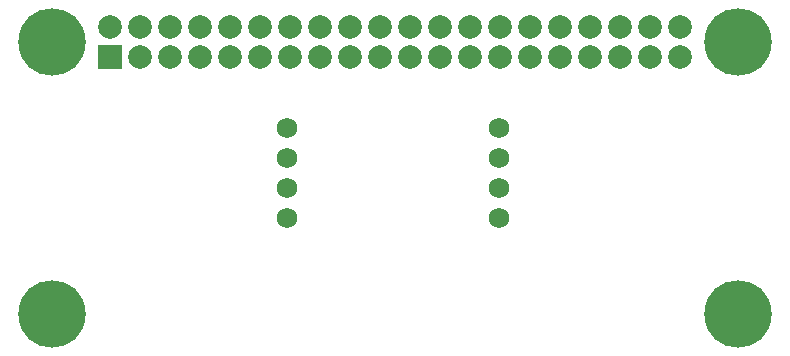
<source format=gbs>
G04 Layer: BottomSolderMaskLayer*
G04 EasyEDA v6.2.46, 2019-12-29T14:25:18--8:00*
G04 8457726505304d7abae8730bc193fdbb,5a6822b0cf454a9ca4b08597ed48e8ef,10*
G04 Gerber Generator version 0.2*
G04 Scale: 100 percent, Rotated: No, Reflected: No *
G04 Dimensions in millimeters *
G04 leading zeros omitted , absolute positions ,3 integer and 3 decimal *
%FSLAX33Y33*%
%MOMM*%
G90*
G71D02*

%ADD19C,2.003196*%
%ADD20C,1.727200*%
%ADD21C,5.703189*%

%LPD*%
G36*
G01X7368Y24229D02*
G01X7368Y26230D01*
G01X9372Y26230D01*
G01X9372Y24229D01*
G01X7368Y24229D01*
G37*
G54D19*
G01X8370Y27769D03*
G01X10910Y25229D03*
G01X10910Y27769D03*
G01X13450Y25229D03*
G01X13450Y27769D03*
G01X15990Y25229D03*
G01X15990Y27769D03*
G01X18530Y25229D03*
G01X18530Y27769D03*
G01X21070Y25229D03*
G01X21070Y27769D03*
G01X23610Y25229D03*
G01X23610Y27769D03*
G01X26150Y25229D03*
G01X26150Y27769D03*
G01X28690Y25229D03*
G01X28690Y27769D03*
G01X31230Y25229D03*
G01X31230Y27769D03*
G01X33770Y25229D03*
G01X33770Y27769D03*
G01X36310Y25229D03*
G01X36310Y27769D03*
G01X38850Y25229D03*
G01X38850Y27769D03*
G01X41390Y25229D03*
G01X41390Y27769D03*
G01X43930Y25229D03*
G01X43930Y27769D03*
G01X46470Y25229D03*
G01X46470Y27769D03*
G01X49010Y25229D03*
G01X49010Y27769D03*
G01X51550Y25229D03*
G01X51550Y27769D03*
G01X54090Y25229D03*
G01X54090Y27769D03*
G01X56630Y25229D03*
G01X56630Y27769D03*
G54D20*
G01X23368Y11620D03*
G01X23368Y14160D03*
G01X23368Y16700D03*
G01X23368Y19240D03*
G01X41286Y19240D03*
G01X41286Y16700D03*
G01X41286Y14160D03*
G01X41286Y11620D03*
G54D21*
G01X61500Y3499D03*
G01X3500Y3499D03*
G01X3500Y26499D03*
G01X61500Y26499D03*
M00*
M02*

</source>
